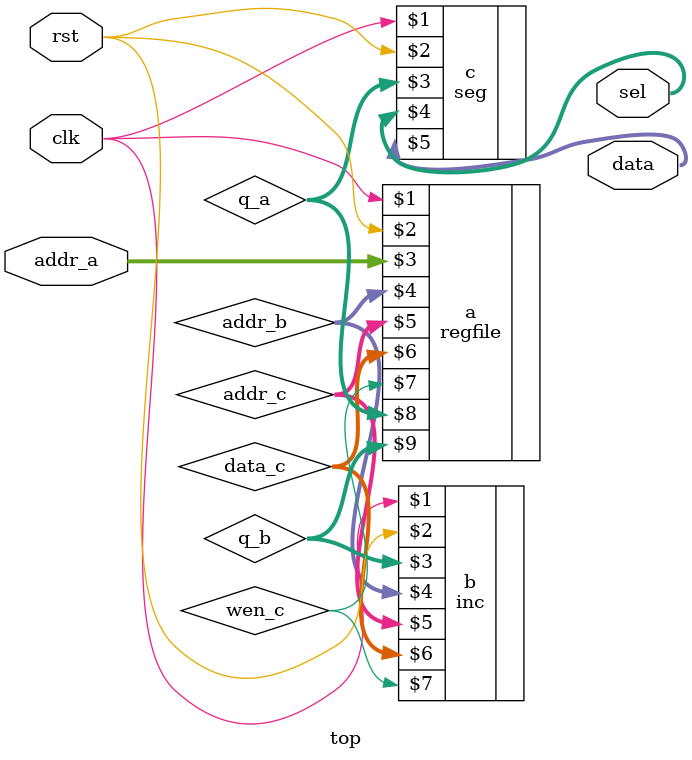
<source format=v>
`timescale 1ns / 1ps
module top(
	input clk,
	input rst,
	input [3:0] addr_a,
	output [3:0] sel,
	output [7:0] data
);

wire wen_c;
wire [3:0] addr_c, addr_b;
wire [15:0] q_a, q_b, data_c;

regfile a(clk, rst, addr_a, addr_b, addr_c, data_c, wen_c, q_a, q_b);
inc b(clk, rst, q_b, addr_b, addr_c, data_c, wen_c);
seg c(clk, rst, q_a, sel, data);


endmodule
</source>
